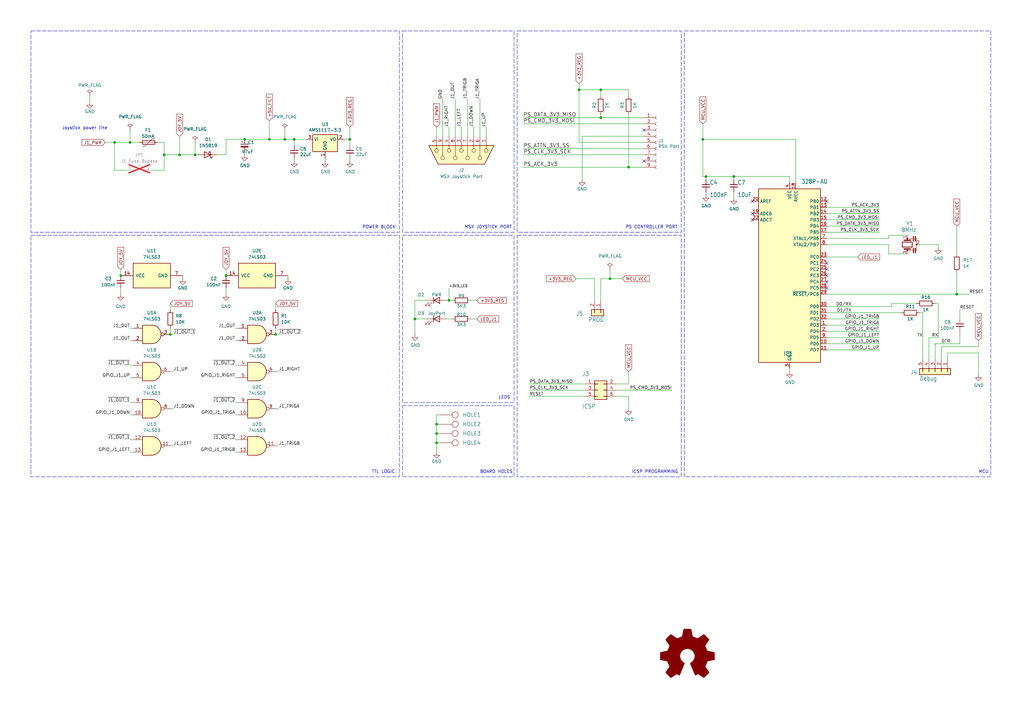
<source format=kicad_sch>
(kicad_sch (version 20231120) (generator "eeschema") (generator_version "8.0")
  (paper "A3")
  (title_block (title "msx-joyplay-v2") (date "2024-07-02") (rev "Build2") (company "Albert Herranz"))
  (lib_symbols
    (symbol "74xx:74LS03" (pin_names (offset 1.016))
      (property "Reference" "U" (at 0 1.27 0))
      (property "Value" "74LS03" (at 0 -1.27 0))
      (symbol "74LS03_1_1"
        (pin input line (at -7.62 2.54 0) (length 3.81) (name "~") (number "1"))
        (pin input line (at -7.62 -2.54 0) (length 3.81) (name "~") (number "2"))
        (pin open_collector inverted (at 7.62 0 180) (length 3.81) (name "~") (number "3"))
      )
      (symbol "74LS03_1_2"
        (pin input inverted (at -7.62 2.54 0) (length 4.318) (name "~") (number "1"))
        (pin input inverted (at -7.62 -2.54 0) (length 4.318) (name "~") (number "2"))
        (pin open_collector line (at 7.62 0 180) (length 3.81) (name "~") (number "3"))
      )
      (symbol "74LS03_2_1"
        (pin input line (at -7.62 2.54 0) (length 3.81) (name "~") (number "4"))
        (pin input line (at -7.62 -2.54 0) (length 3.81) (name "~") (number "5"))
        (pin open_collector inverted (at 7.62 0 180) (length 3.81) (name "~") (number "6"))
      )
      (symbol "74LS03_2_2"
        (pin input inverted (at -7.62 2.54 0) (length 4.318) (name "~") (number "4"))
        (pin input inverted (at -7.62 -2.54 0) (length 4.318) (name "~") (number "5"))
        (pin open_collector line (at 7.62 0 180) (length 3.81) (name "~") (number "6"))
      )
      (symbol "74LS03_3_1"
        (pin input line (at -7.62 -2.54 0) (length 3.81) (name "~") (number "10"))
        (pin open_collector inverted (at 7.62 0 180) (length 3.81) (name "~") (number "8"))
        (pin input line (at -7.62 2.54 0) (length 3.81) (name "~") (number "9"))
      )
      (symbol "74LS03_3_2"
        (pin input inverted (at -7.62 -2.54 0) (length 4.318) (name "~") (number "10"))
        (pin open_collector line (at 7.62 0 180) (length 3.81) (name "~") (number "8"))
        (pin input inverted (at -7.62 2.54 0) (length 4.318) (name "~") (number "9"))
      )
      (symbol "74LS03_4_1"
        (pin open_collector inverted (at 7.62 0 180) (length 3.81) (name "~") (number "11"))
        (pin input line (at -7.62 2.54 0) (length 3.81) (name "~") (number "12"))
        (pin input line (at -7.62 -2.54 0) (length 3.81) (name "~") (number "13"))
      )
      (symbol "74LS03_4_2"
        (pin open_collector line (at 7.62 0 180) (length 3.81) (name "~") (number "11"))
        (pin input inverted (at -7.62 2.54 0) (length 4.318) (name "~") (number "12"))
        (pin input inverted (at -7.62 -2.54 0) (length 4.318) (name "~") (number "13"))
      )
      (symbol "74LS03_5_0"
        (pin power_in line (at 0 12.7 270) (length 5.08) (name "VCC") (number "14"))
        (pin power_in line (at 0 -12.7 90) (length 5.08) (name "GND") (number "7"))
      )
    )
    (symbol "Connector:Conn_01x09_Socket" (pin_names (offset 1.016) hide)
      (property "Reference" "J" (at 0 12.7 0))
      (property "Value" "Conn_01x09_Socket" (at 0 -12.7 0))
      (symbol "Conn_01x09_Socket_1_1"
        (pin passive line (at -5.08 10.16 0) (length 3.81) (name "Pin_1") (number "1"))
        (pin passive line (at -5.08 7.62 0) (length 3.81) (name "Pin_2") (number "2"))
        (pin passive line (at -5.08 5.08 0) (length 3.81) (name "Pin_3") (number "3"))
        (pin passive line (at -5.08 2.54 0) (length 3.81) (name "Pin_4") (number "4"))
        (pin passive line (at -5.08 0 0) (length 3.81) (name "Pin_5") (number "5"))
        (pin passive line (at -5.08 -2.54 0) (length 3.81) (name "Pin_6") (number "6"))
        (pin passive line (at -5.08 -5.08 0) (length 3.81) (name "Pin_7") (number "7"))
        (pin passive line (at -5.08 -7.62 0) (length 3.81) (name "Pin_8") (number "8"))
        (pin passive line (at -5.08 -10.16 0) (length 3.81) (name "Pin_9") (number "9"))
      )
    )
    (symbol "Connector:DE9_Receptacle" (pin_names (offset 1.016) hide)
      (property "Reference" "J" (at 0 13.97 0))
      (property "Value" "DE9_Receptacle" (at 0 -14.605 0))
      (symbol "DE9_Receptacle_1_1"
        (pin passive line (at -7.62 10.16 0) (length 3.81) (name "1") (number "1"))
        (pin passive line (at -7.62 5.08 0) (length 3.81) (name "2") (number "2"))
        (pin passive line (at -7.62 0 0) (length 3.81) (name "3") (number "3"))
        (pin passive line (at -7.62 -5.08 0) (length 3.81) (name "4") (number "4"))
        (pin passive line (at -7.62 -10.16 0) (length 3.81) (name "5") (number "5"))
        (pin passive line (at -7.62 7.62 0) (length 3.81) (name "6") (number "6"))
        (pin passive line (at -7.62 2.54 0) (length 3.81) (name "7") (number "7"))
        (pin passive line (at -7.62 -2.54 0) (length 3.81) (name "8") (number "8"))
        (pin passive line (at -7.62 -7.62 0) (length 3.81) (name "9") (number "9"))
      )
    )
    (symbol "Connector_Generic:Conn_01x02" (pin_names (offset 1.016) hide)
      (property "Reference" "J" (at 0 2.54 0))
      (property "Value" "Conn_01x02" (at 0 -5.08 0))
      (symbol "Conn_01x02_1_1"
        (pin passive line (at -5.08 0 0) (length 3.81) (name "Pin_1") (number "1"))
        (pin passive line (at -5.08 -2.54 0) (length 3.81) (name "Pin_2") (number "2"))
      )
    )
    (symbol "Connector_Generic:Conn_01x05" (pin_names (offset 1.016) hide)
      (property "Reference" "J" (at 0 7.62 0))
      (property "Value" "Conn_01x05" (at 0 -7.62 0))
      (symbol "Conn_01x05_1_1"
        (pin passive line (at -5.08 5.08 0) (length 3.81) (name "Pin_1") (number "1"))
        (pin passive line (at -5.08 2.54 0) (length 3.81) (name "Pin_2") (number "2"))
        (pin passive line (at -5.08 0 0) (length 3.81) (name "Pin_3") (number "3"))
        (pin passive line (at -5.08 -2.54 0) (length 3.81) (name "Pin_4") (number "4"))
        (pin passive line (at -5.08 -5.08 0) (length 3.81) (name "Pin_5") (number "5"))
      )
    )
    (symbol "Connector_Generic:Conn_02x03_Odd_Even" (pin_names (offset 1.016) hide)
      (property "Reference" "J" (at 1.27 5.08 0))
      (property "Value" "Conn_02x03_Odd_Even" (at 1.27 -5.08 0))
      (symbol "Conn_02x03_Odd_Even_1_1"
        (pin passive line (at -5.08 2.54 0) (length 3.81) (name "Pin_1") (number "1"))
        (pin passive line (at 7.62 2.54 180) (length 3.81) (name "Pin_2") (number "2"))
        (pin passive line (at -5.08 0 0) (length 3.81) (name "Pin_3") (number "3"))
        (pin passive line (at 7.62 0 180) (length 3.81) (name "Pin_4") (number "4"))
        (pin passive line (at -5.08 -2.54 0) (length 3.81) (name "Pin_5") (number "5"))
        (pin passive line (at 7.62 -2.54 180) (length 3.81) (name "Pin_6") (number "6"))
      )
    )
    (symbol "Device:C_Polarized_Small" (pin_numbers hide) (pin_names (offset 0.254) hide)
      (property "Reference" "C" (at 0.254 1.778 0))
      (property "Value" "C_Polarized_Small" (at 0.254 -2.032 0))
      (symbol "C_Polarized_Small_1_1"
        (pin passive line (at 0 2.54 270) (length 1.8542) (name "~") (number "1"))
        (pin passive line (at 0 -2.54 90) (length 1.8542) (name "~") (number "2"))
      )
    )
    (symbol "Device:C_Small" (pin_numbers hide) (pin_names (offset 0.254) hide)
      (property "Reference" "C" (at 0.254 1.778 0))
      (property "Value" "C_Small" (at 0.254 -2.032 0))
      (symbol "C_Small_1_1"
        (pin passive line (at 0 2.54 270) (length 2.032) (name "~") (number "1"))
        (pin passive line (at 0 -2.54 90) (length 2.032) (name "~") (number "2"))
      )
    )
    (symbol "Device:LED" (pin_numbers hide) (pin_names (offset 1.016) hide)
      (property "Reference" "D" (at 0 2.54 0))
      (property "Value" "LED" (at 0 -2.54 0))
      (symbol "LED_1_1"
        (pin passive line (at -3.81 0 0) (length 2.54) (name "K") (number "1"))
        (pin passive line (at 3.81 0 180) (length 2.54) (name "A") (number "2"))
      )
    )
    (symbol "Device:Polyfuse" (pin_numbers hide) (pin_names (offset 0))
      (property "Reference" "F" (at -2.54 0 90))
      (property "Value" "Polyfuse" (at 2.54 0 90))
      (symbol "Polyfuse_1_1"
        (pin passive line (at 0 3.81 270) (length 1.27) (name "~") (number "1"))
        (pin passive line (at 0 -3.81 90) (length 1.27) (name "~") (number "2"))
      )
    )
    (symbol "Device:R" (pin_numbers hide) (pin_names (offset 0))
      (property "Reference" "R" (at 2.032 0 90))
      (property "Value" "R" (at 0 0 90))
      (symbol "R_1_1"
        (pin passive line (at 0 3.81 270) (length 1.27) (name "~") (number "1"))
        (pin passive line (at 0 -3.81 90) (length 1.27) (name "~") (number "2"))
      )
    )
    (symbol "Device:Resonator" (pin_names (offset 1.016) hide)
      (property "Reference" "Y" (at 0 5.715 0))
      (property "Value" "Resonator" (at 0 3.81 0))
      (symbol "Resonator_1_1"
        (pin passive line (at -3.81 0 0) (length 1.27) (name "1") (number "1"))
        (pin passive line (at 0 -5.08 90) (length 1.27) (name "2") (number "2"))
        (pin passive line (at 3.81 0 180) (length 1.27) (name "3") (number "3"))
      )
    )
    (symbol "Diode:1N5817" (pin_numbers hide) (pin_names (offset 1.016) hide)
      (property "Reference" "D" (at 0 2.54 0))
      (property "Value" "1N5817" (at 0 -2.54 0))
      (symbol "1N5817_1_1"
        (pin passive line (at -3.81 0 0) (length 2.54) (name "K") (number "1"))
        (pin passive line (at 3.81 0 180) (length 2.54) (name "A") (number "2"))
      )
    )
    (symbol "Graphic:Logo_Open_Hardware_Large" (in_bom no) (on_board no))
    (symbol "Jumper:Jumper_2_Open" (pin_names (offset 0) hide)
      (property "Reference" "JP" (at 0 2.794 0))
      (property "Value" "Jumper_2_Open" (at 0 -2.286 0))
      (symbol "Jumper_2_Open_1_1"
        (pin passive line (at -5.08 0 0) (length 2.54) (name "A") (number "1"))
        (pin passive line (at 5.08 0 180) (length 2.54) (name "B") (number "2"))
      )
    )
    (symbol "MCU_Microchip_ATmega:ATmega328P-A"
      (property "Reference" "U" (at -12.7 36.83 0))
      (property "Value" "ATmega328P-A" (at 2.54 -36.83 0))
      (symbol "ATmega328P-A_1_1"
        (pin bidirectional line (at 15.24 -20.32 180) (length 2.54) (name "PD3") (number "1"))
        (pin bidirectional line (at 15.24 -27.94 180) (length 2.54) (name "PD6") (number "10"))
        (pin bidirectional line (at 15.24 -30.48 180) (length 2.54) (name "PD7") (number "11"))
        (pin bidirectional line (at 15.24 30.48 180) (length 2.54) (name "PB0") (number "12"))
        (pin bidirectional line (at 15.24 27.94 180) (length 2.54) (name "PB1") (number "13"))
        (pin bidirectional line (at 15.24 25.4 180) (length 2.54) (name "PB2") (number "14"))
        (pin bidirectional line (at 15.24 22.86 180) (length 2.54) (name "PB3") (number "15"))
        (pin bidirectional line (at 15.24 20.32 180) (length 2.54) (name "PB4") (number "16"))
        (pin bidirectional line (at 15.24 17.78 180) (length 2.54) (name "PB5") (number "17"))
        (pin power_in line (at 2.54 38.1 270) (length 2.54) (name "AVCC") (number "18"))
        (pin input line (at -15.24 25.4 0) (length 2.54) (name "ADC6") (number "19"))
        (pin bidirectional line (at 15.24 -22.86 180) (length 2.54) (name "PD4") (number "2"))
        (pin passive line (at -15.24 30.48 0) (length 2.54) (name "AREF") (number "20"))
        (pin passive line (at 0 -38.1 90) (length 2.54) hide (name "GND") (number "21"))
        (pin input line (at -15.24 22.86 0) (length 2.54) (name "ADC7") (number "22"))
        (pin bidirectional line (at 15.24 7.62 180) (length 2.54) (name "PC0") (number "23"))
        (pin bidirectional line (at 15.24 5.08 180) (length 2.54) (name "PC1") (number "24"))
        (pin bidirectional line (at 15.24 2.54 180) (length 2.54) (name "PC2") (number "25"))
        (pin bidirectional line (at 15.24 0 180) (length 2.54) (name "PC3") (number "26"))
        (pin bidirectional line (at 15.24 -2.54 180) (length 2.54) (name "PC4") (number "27"))
        (pin bidirectional line (at 15.24 -5.08 180) (length 2.54) (name "PC5") (number "28"))
        (pin bidirectional line (at 15.24 -7.62 180) (length 2.54) (name "~{RESET}/PC6") (number "29"))
        (pin power_in line (at 0 -38.1 90) (length 2.54) (name "GND") (number "3"))
        (pin bidirectional line (at 15.24 -12.7 180) (length 2.54) (name "PD0") (number "30"))
        (pin bidirectional line (at 15.24 -15.24 180) (length 2.54) (name "PD1") (number "31"))
        (pin bidirectional line (at 15.24 -17.78 180) (length 2.54) (name "PD2") (number "32"))
        (pin power_in line (at 0 38.1 270) (length 2.54) (name "VCC") (number "4"))
        (pin passive line (at 0 -38.1 90) (length 2.54) hide (name "GND") (number "5"))
        (pin passive line (at 0 38.1 270) (length 2.54) hide (name "VCC") (number "6"))
        (pin bidirectional line (at 15.24 15.24 180) (length 2.54) (name "XTAL1/PB6") (number "7"))
        (pin bidirectional line (at 15.24 12.7 180) (length 2.54) (name "XTAL2/PB7") (number "8"))
        (pin bidirectional line (at 15.24 -25.4 180) (length 2.54) (name "PD5") (number "9"))
      )
    )
    (symbol "Regulator_Linear:AMS1117-3.3"
      (property "Reference" "U" (at -3.81 3.175 0))
      (property "Value" "AMS1117-3.3" (at 0 3.175 0))
      (symbol "AMS1117-3.3_1_1"
        (pin power_in line (at 0 -7.62 90) (length 2.54) (name "GND") (number "1"))
        (pin power_out line (at 7.62 0 180) (length 2.54) (name "VO") (number "2"))
        (pin power_in line (at -7.62 0 0) (length 2.54) (name "VI") (number "3"))
      )
    )
    (symbol "my_components:HOLE" (pin_numbers hide) (pin_names (offset 1.016) hide)
      (property "Reference" "HOLE" (at 2.54 0 0))
      (symbol "HOLE_1_1"
        (pin input line (at -6.35 0 0) (length 5.08) (name "~") (number "1"))
      )
    )
    (symbol "power:GND" (power) (pin_numbers hide) (pin_names (offset 0) hide)
      (property "Value" "GND" (at 0 -3.81 0))
      (symbol "GND_1_1"
        (pin power_in line (at 0 0 270) (length 0) (name "~") (number "1"))
      )
    )
    (symbol "power:PWR_FLAG" (power) (pin_numbers hide) (pin_names (offset 0) hide)
      (property "Value" "PWR_FLAG" (at 0 3.81 0))
      (symbol "PWR_FLAG_0_0"
        (pin power_out line (at 0 0 90) (length 0) (name "~") (number "1"))
      )
    )
  )
  (junction (at 289.56 72.39))
  (junction (at 170.18 130.81))
  (junction (at 69.85 137.16))
  (junction (at 53.34 58.42))
  (junction (at 250.19 114.3))
  (junction (at 143.51 57.15))
  (junction (at 113.03 137.16))
  (junction (at 246.38 36.83))
  (junction (at 46.99 58.42))
  (junction (at 67.31 63.5))
  (junction (at 120.65 57.15))
  (junction (at 257.81 68.58))
  (junction (at 179.07 181.61))
  (junction (at 116.84 57.15))
  (junction (at 246.38 48.26))
  (junction (at 184.15 123.19))
  (junction (at 179.07 173.99))
  (junction (at 92.71 113.03))
  (junction (at 110.49 57.15))
  (junction (at 100.33 57.15))
  (junction (at 237.49 36.83))
  (junction (at 80.01 63.5))
  (junction (at 73.66 63.5))
  (junction (at 49.53 113.03))
  (junction (at 300.99 72.39))
  (junction (at 179.07 177.8))
  (junction (at 392.43 120.65))
  (junction (at 288.29 57.15))
  (no_connect (at 308.61 90.17))
  (no_connect (at 339.09 113.03))
  (no_connect (at 339.09 118.11))
  (no_connect (at 339.09 110.49))
  (no_connect (at 264.16 66.04))
  (no_connect (at 308.61 82.55))
  (no_connect (at 339.09 115.57))
  (no_connect (at 308.61 87.63))
  (no_connect (at 339.09 82.55))
  (no_connect (at 339.09 107.95))
  (no_connect (at 264.16 53.34))
  (wire (pts (xy 339.09 133.35) (xy 360.68 133.35)))
  (wire (pts (xy 116.84 57.15) (xy 120.65 57.15)))
  (wire (pts (xy 289.56 80.01) (xy 289.56 78.74)))
  (wire (pts (xy 193.04 130.81) (xy 195.58 130.81)))
  (wire (pts (xy 339.09 138.43) (xy 360.68 138.43)))
  (wire (pts (xy 393.7 135.89) (xy 393.7 140.97)))
  (wire (pts (xy 110.49 49.53) (xy 110.49 57.15)))
  (wire (pts (xy 69.85 124.46) (xy 69.85 127)))
  (wire (pts (xy 339.09 120.65) (xy 392.43 120.65)))
  (wire (pts (xy 179.07 177.8) (xy 179.07 181.61)))
  (wire (pts (xy 288.29 57.15) (xy 326.39 57.15)))
  (wire (pts (xy 118.11 114.3) (xy 118.11 113.03)))
  (wire (pts (xy 250.19 110.49) (xy 250.19 114.3)))
  (wire (pts (xy 96.52 185.42) (xy 97.79 185.42)))
  (wire (pts (xy 339.09 95.25) (xy 360.68 95.25)))
  (wire (pts (xy 96.52 180.34) (xy 97.79 180.34)))
  (wire (pts (xy 237.49 34.29) (xy 237.49 36.83)))
  (wire (pts (xy 264.16 50.8) (xy 214.63 50.8)))
  (wire (pts (xy 179.07 173.99) (xy 179.07 177.8)))
  (wire (pts (xy 384.81 100.33) (xy 384.81 101.6)))
  (wire (pts (xy 365.76 125.73) (xy 339.09 125.73)))
  (wire (pts (xy 184.15 118.11) (xy 184.15 123.19)))
  (wire (pts (xy 381 138.43) (xy 384.81 138.43)))
  (wire (pts (xy 252.73 162.56) (xy 257.81 162.56)))
  (wire (pts (xy 71.12 137.16) (xy 69.85 137.16)))
  (wire (pts (xy 246.38 46.99) (xy 246.38 48.26)))
  (wire (pts (xy 92.71 118.11) (xy 92.71 120.65)))
  (wire (pts (xy 257.81 36.83) (xy 246.38 36.83)))
  (wire (pts (xy 100.33 57.15) (xy 110.49 57.15)))
  (wire (pts (xy 323.85 72.39) (xy 300.99 72.39)))
  (wire (pts (xy 257.81 162.56) (xy 257.81 167.64)))
  (wire (pts (xy 120.65 57.15) (xy 125.73 57.15)))
  (wire (pts (xy 377.19 100.33) (xy 384.81 100.33)))
  (wire (pts (xy 339.09 140.97) (xy 360.68 140.97)))
  (wire (pts (xy 339.09 92.71) (xy 360.68 92.71)))
  (wire (pts (xy 53.34 170.18) (xy 54.61 170.18)))
  (wire (pts (xy 113.03 124.46) (xy 113.03 127)))
  (wire (pts (xy 113.03 134.62) (xy 113.03 137.16)))
  (wire (pts (xy 184.15 123.19) (xy 182.88 123.19)))
  (wire (pts (xy 300.99 78.74) (xy 300.99 81.28)))
  (wire (pts (xy 323.85 74.93) (xy 323.85 72.39)))
  (wire (pts (xy 289.56 73.66) (xy 289.56 72.39)))
  (wire (pts (xy 237.49 36.83) (xy 237.49 58.42)))
  (wire (pts (xy 36.83 39.37) (xy 36.83 41.91)))
  (wire (pts (xy 182.88 130.81) (xy 185.42 130.81)))
  (wire (pts (xy 92.71 57.15) (xy 100.33 57.15)))
  (wire (pts (xy 114.3 152.4) (xy 113.03 152.4)))
  (wire (pts (xy 236.22 114.3) (xy 243.84 114.3)))
  (wire (pts (xy 384.81 124.46) (xy 383.54 124.46)))
  (wire (pts (xy 257.81 46.99) (xy 257.81 68.58)))
  (wire (pts (xy 401.32 144.78) (xy 401.32 153.67)))
  (wire (pts (xy 392.43 92.71) (xy 392.43 104.14)))
  (wire (pts (xy 49.53 110.49) (xy 49.53 113.03)))
  (wire (pts (xy 53.34 58.42) (xy 57.15 58.42)))
  (wire (pts (xy 255.27 114.3) (xy 250.19 114.3)))
  (wire (pts (xy 96.52 154.94) (xy 97.79 154.94)))
  (wire (pts (xy 252.73 157.48) (xy 257.81 157.48)))
  (wire (pts (xy 114.3 167.64) (xy 113.03 167.64)))
  (wire (pts (xy 53.34 154.94) (xy 54.61 154.94)))
  (wire (pts (xy 386.08 142.24) (xy 386.08 147.32)))
  (wire (pts (xy 383.54 140.97) (xy 383.54 147.32)))
  (wire (pts (xy 80.01 63.5) (xy 81.28 63.5)))
  (wire (pts (xy 180.34 173.99) (xy 179.07 173.99)))
  (wire (pts (xy 116.84 53.34) (xy 116.84 57.15)))
  (wire (pts (xy 393.7 140.97) (xy 383.54 140.97)))
  (wire (pts (xy 100.33 62.23) (xy 100.33 63.5)))
  (wire (pts (xy 179.07 170.18) (xy 179.07 173.99)))
  (wire (pts (xy 96.52 170.18) (xy 97.79 170.18)))
  (wire (pts (xy 364.49 104.14) (xy 372.11 104.14)))
  (wire (pts (xy 339.09 90.17) (xy 360.68 90.17)))
  (wire (pts (xy 92.71 63.5) (xy 88.9 63.5)))
  (wire (pts (xy 53.34 149.86) (xy 54.61 149.86)))
  (wire (pts (xy 179.07 52.07) (xy 179.07 55.88)))
  (wire (pts (xy 179.07 181.61) (xy 179.07 185.42)))
  (wire (pts (xy 364.49 100.33) (xy 364.49 104.14)))
  (wire (pts (xy 184.15 52.07) (xy 184.15 55.88)))
  (wire (pts (xy 381 147.32) (xy 381 138.43)))
  (wire (pts (xy 288.29 72.39) (xy 288.29 57.15)))
  (wire (pts (xy 388.62 144.78) (xy 388.62 147.32)))
  (wire (pts (xy 289.56 72.39) (xy 300.99 72.39)))
  (wire (pts (xy 143.51 57.15) (xy 143.51 59.69)))
  (wire (pts (xy 120.65 66.04) (xy 120.65 64.77)))
  (wire (pts (xy 69.85 134.62) (xy 69.85 137.16)))
  (wire (pts (xy 364.49 97.79) (xy 339.09 97.79)))
  (wire (pts (xy 392.43 120.65) (xy 397.51 120.65)))
  (wire (pts (xy 184.15 123.19) (xy 185.42 123.19)))
  (wire (pts (xy 67.31 63.5) (xy 73.66 63.5)))
  (wire (pts (xy 96.52 134.62) (xy 97.79 134.62)))
  (wire (pts (xy 275.59 160.02) (xy 252.73 160.02)))
  (wire (pts (xy 378.46 128.27) (xy 377.19 128.27)))
  (wire (pts (xy 43.18 58.42) (xy 46.99 58.42)))
  (wire (pts (xy 257.81 157.48) (xy 257.81 152.4)))
  (wire (pts (xy 246.38 114.3) (xy 246.38 123.19)))
  (wire (pts (xy 250.19 114.3) (xy 246.38 114.3)))
  (wire (pts (xy 326.39 74.93) (xy 326.39 57.15)))
  (wire (pts (xy 339.09 87.63) (xy 360.68 87.63)))
  (wire (pts (xy 246.38 39.37) (xy 246.38 36.83)))
  (wire (pts (xy 264.16 55.88) (xy 238.76 55.88)))
  (wire (pts (xy 364.49 97.79) (xy 364.49 96.52)))
  (wire (pts (xy 393.7 127) (xy 393.7 130.81)))
  (wire (pts (xy 74.93 114.3) (xy 74.93 113.03)))
  (wire (pts (xy 71.12 182.88) (xy 69.85 182.88)))
  (wire (pts (xy 53.34 53.34) (xy 53.34 58.42)))
  (wire (pts (xy 114.3 182.88) (xy 113.03 182.88)))
  (wire (pts (xy 92.71 110.49) (xy 92.71 113.03)))
  (wire (pts (xy 364.49 96.52) (xy 372.11 96.52)))
  (wire (pts (xy 143.51 57.15) (xy 140.97 57.15)))
  (wire (pts (xy 217.17 157.48) (xy 240.03 157.48)))
  (wire (pts (xy 175.26 130.81) (xy 170.18 130.81)))
  (wire (pts (xy 339.09 100.33) (xy 364.49 100.33)))
  (wire (pts (xy 217.17 160.02) (xy 240.03 160.02)))
  (wire (pts (xy 80.01 58.42) (xy 80.01 63.5)))
  (wire (pts (xy 339.09 105.41) (xy 351.79 105.41)))
  (wire (pts (xy 120.65 57.15) (xy 120.65 59.69)))
  (wire (pts (xy 73.66 63.5) (xy 80.01 63.5)))
  (wire (pts (xy 300.99 73.66) (xy 300.99 72.39)))
  (wire (pts (xy 196.85 40.64) (xy 196.85 55.88)))
  (wire (pts (xy 384.81 138.43) (xy 384.81 124.46)))
  (wire (pts (xy 288.29 50.8) (xy 288.29 57.15)))
  (wire (pts (xy 339.09 130.81) (xy 360.68 130.81)))
  (wire (pts (xy 181.61 40.64) (xy 181.61 55.88)))
  (wire (pts (xy 388.62 144.78) (xy 401.32 144.78)))
  (wire (pts (xy 114.3 137.16) (xy 113.03 137.16)))
  (wire (pts (xy 180.34 170.18) (xy 179.07 170.18)))
  (wire (pts (xy 339.09 135.89) (xy 360.68 135.89)))
  (wire (pts (xy 194.31 52.07) (xy 194.31 55.88)))
  (wire (pts (xy 175.26 123.19) (xy 170.18 123.19)))
  (wire (pts (xy 243.84 114.3) (xy 243.84 123.19)))
  (wire (pts (xy 53.34 134.62) (xy 54.61 134.62)))
  (wire (pts (xy 323.85 152.4) (xy 323.85 151.13)))
  (wire (pts (xy 73.66 55.88) (xy 73.66 63.5)))
  (wire (pts (xy 257.81 39.37) (xy 257.81 36.83)))
  (wire (pts (xy 67.31 58.42) (xy 67.31 63.5)))
  (wire (pts (xy 186.69 40.64) (xy 186.69 55.88)))
  (wire (pts (xy 180.34 177.8) (xy 179.07 177.8)))
  (wire (pts (xy 392.43 120.65) (xy 392.43 111.76)))
  (wire (pts (xy 339.09 128.27) (xy 369.57 128.27)))
  (wire (pts (xy 96.52 165.1) (xy 97.79 165.1)))
  (wire (pts (xy 193.04 123.19) (xy 195.58 123.19)))
  (wire (pts (xy 67.31 69.85) (xy 67.31 63.5)))
  (wire (pts (xy 214.63 68.58) (xy 257.81 68.58)))
  (wire (pts (xy 53.34 139.7) (xy 54.61 139.7)))
  (wire (pts (xy 378.46 128.27) (xy 378.46 147.32)))
  (wire (pts (xy 46.99 69.85) (xy 52.07 69.85)))
  (wire (pts (xy 170.18 123.19) (xy 170.18 130.81)))
  (wire (pts (xy 143.51 64.77) (xy 143.51 66.04)))
  (wire (pts (xy 288.29 72.39) (xy 289.56 72.39)))
  (wire (pts (xy 237.49 58.42) (xy 264.16 58.42)))
  (wire (pts (xy 180.34 181.61) (xy 179.07 181.61)))
  (wire (pts (xy 199.39 52.07) (xy 199.39 55.88)))
  (wire (pts (xy 67.31 58.42) (xy 64.77 58.42)))
  (wire (pts (xy 53.34 180.34) (xy 54.61 180.34)))
  (wire (pts (xy 53.34 165.1) (xy 54.61 165.1)))
  (wire (pts (xy 365.76 124.46) (xy 375.92 124.46)))
  (wire (pts (xy 92.71 57.15) (xy 92.71 63.5)))
  (wire (pts (xy 96.52 149.86) (xy 97.79 149.86)))
  (wire (pts (xy 214.63 60.96) (xy 264.16 60.96)))
  (wire (pts (xy 62.23 69.85) (xy 67.31 69.85)))
  (wire (pts (xy 191.77 40.64) (xy 191.77 55.88)))
  (wire (pts (xy 401.32 139.7) (xy 401.32 142.24)))
  (wire (pts (xy 189.23 52.07) (xy 189.23 55.88)))
  (wire (pts (xy 339.09 143.51) (xy 360.68 143.51)))
  (wire (pts (xy 246.38 48.26) (xy 264.16 48.26)))
  (wire (pts (xy 170.18 130.81) (xy 170.18 137.16)))
  (wire (pts (xy 386.08 142.24) (xy 401.32 142.24)))
  (wire (pts (xy 71.12 152.4) (xy 69.85 152.4)))
  (wire (pts (xy 96.52 139.7) (xy 97.79 139.7)))
  (wire (pts (xy 339.09 85.09) (xy 360.68 85.09)))
  (wire (pts (xy 246.38 36.83) (xy 237.49 36.83)))
  (wire (pts (xy 264.16 63.5) (xy 214.63 63.5)))
  (wire (pts (xy 214.63 48.26) (xy 246.38 48.26)))
  (wire (pts (xy 217.17 162.56) (xy 240.03 162.56)))
  (wire (pts (xy 49.53 118.11) (xy 49.53 120.65)))
  (wire (pts (xy 133.35 64.77) (xy 133.35 66.04)))
  (wire (pts (xy 110.49 57.15) (xy 116.84 57.15)))
  (wire (pts (xy 71.12 167.64) (xy 69.85 167.64)))
  (wire (pts (xy 53.34 185.42) (xy 54.61 185.42)))
  (wire (pts (xy 238.76 55.88) (xy 238.76 73.66)))
  (wire (pts (xy 46.99 58.42) (xy 53.34 58.42)))
  (wire (pts (xy 46.99 58.42) (xy 46.99 69.85)))
  (wire (pts (xy 257.81 68.58) (xy 264.16 68.58)))
  (wire (pts (xy 365.76 124.46) (xy 365.76 125.73)))
  (wire (pts (xy 143.51 52.07) (xy 143.51 57.15)))
  (rectangle (start 165.1 12.7) (end 210.82 95.25) (stroke (width 0) (type dash)))
  (rectangle (start 12.7 12.7) (end 163.83 95.25) (stroke (width 0) (type dash)))
  (rectangle (start 280.67 12.7) (end 406.4 195.58) (stroke (width 0) (type dash)))
  (rectangle (start 165.1 166.37) (end 210.82 195.58) (stroke (width 0) (type dash)))
  (rectangle (start 12.7 96.52) (end 163.83 195.58) (stroke (width 0) (type dash)))
  (rectangle (start 212.09 12.7) (end 279.4 95.25) (stroke (width 0) (type dash)))
  (rectangle (start 212.09 96.52) (end 279.4 195.58) (stroke (width 0) (type dash)))
  (rectangle (start 165.1 96.52) (end 210.82 165.1) (stroke (width 0) (type dash)))
  (text "MCU" (at 401.32 194.31 0) (effects (font (size 1.27 1.27)) (justify left bottom)))
  (text "LEDS" (at 204.47 163.83 0) (effects (font (size 1.27 1.27)) (justify left bottom)))
  (text "MSX JOYSTICK PORT" (at 190.5 93.98 0) (effects (font (size 1.27 1.27)) (justify left bottom)))
  (text "TTL LOGIC" (at 152.4 194.31 0) (effects (font (size 1.27 1.27)) (justify left bottom)))
  (text "BOARD HOLES" (at 196.85 194.31 0) (effects (font (size 1.27 1.27)) (justify left bottom)))
  (text "Joystick power line" (at 25.4 53.34 0) (effects (font (size 1.27 1.27)) (justify left bottom)))
  (text "ICSP PROGRAMMING" (at 259.08 194.31 0) (effects (font (size 1.27 1.27)) (justify left bottom)))
  (text "PS CONTROLLER PORT" (at 256.54 93.98 0) (effects (font (size 1.27 1.27)) (justify left bottom)))
  (text "POWER BLOCK" (at 148.59 93.98 0) (effects (font (size 1.27 1.27)) (justify left bottom)))
  (label "GPIO_J1_UP" (at 53.34 154.94 180))
  (label "TX" (at 378.46 138.43 180) (effects (font (size 1.2446 1.2446))))
  (label "GPIO_J1_DOWN" (at 360.68 140.97 180))
  (label "PS_CLK_3V3_SCK" (at 214.63 63.5 0) (effects (font (size 1.524 1.524))))
  (label "GPIO_J1_DOWN" (at 53.34 170.18 180))
  (label "~{J1_OUT_1}" (at 71.12 137.16 0))
  (label "RESET" (at 217.17 162.56 0) (effects (font (size 1.2446 1.2446))))
  (label "PS_DATA_3V3_MISO" (at 214.63 48.26 0) (effects (font (size 1.524 1.524))))
  (label "~{J1_OUT_2}" (at 96.52 180.34 180))
  (label "GND" (at 181.61 40.64 90))
  (label "GPIO_J1_LEFT" (at 360.68 138.43 180))
  (label "PS_CLK_3V3_SCK" (at 217.17 160.02 0) (effects (font (size 1.2446 1.2446))))
  (label "GPIO_J1_TRIGA" (at 360.68 133.35 180))
  (label "~{J1_OUT_1}" (at 53.34 165.1 180))
  (label "J1_UP" (at 71.12 152.4 0))
  (label "D0/RX" (at 349.25 125.73 180) (effects (font (size 1.2446 1.2446))))
  (label "GPIO_J1_UP" (at 360.68 143.51 180))
  (label "J1_OUT" (at 186.69 40.64 90))
  (label "J1_OUT" (at 53.34 139.7 180))
  (label "PS_CMD_3V3_MOSI" (at 360.68 90.17 180) (effects (font (size 1.2446 1.2446))))
  (label "J1_DOWN" (at 71.12 167.64 0))
  (label "D1/TX" (at 349.25 128.27 180) (effects (font (size 1.2446 1.2446))))
  (label "GPIO_J1_RIGHT" (at 96.52 154.94 180))
  (label "PS_ACK_3V3" (at 214.63 68.58 0) (effects (font (size 1.524 1.524))))
  (label "PS_DATA_3V3_MISO" (at 360.68 92.71 180) (effects (font (size 1.2446 1.2446))))
  (label "J1_TRIGA" (at 114.3 167.64 0))
  (label "J1_OUT" (at 96.52 134.62 180))
  (label "PS_ATTN_3V3_SS" (at 360.68 87.63 180) (effects (font (size 1.2446 1.2446))))
  (label "PS_CLK_3V3_SCK" (at 360.68 95.25 180) (effects (font (size 1.2446 1.2446))))
  (label "PS_CMD_3V3_MOSI" (at 214.63 50.8 0) (effects (font (size 1.524 1.524))))
  (label "J1_RIGHT" (at 114.3 152.4 0))
  (label "GPIO_J1_TRIGA" (at 96.52 170.18 180))
  (label "+3V3_LED" (at 184.15 118.11 0) (effects (font (size 1 1))))
  (label "J1_TRIGB" (at 191.77 40.64 90))
  (label "PS_ATTN_3V3_SS" (at 214.63 60.96 0) (effects (font (size 1.524 1.524))))
  (label "GPIO_J1_RIGHT" (at 360.68 135.89 180))
  (label "~{J1_OUT_1}" (at 53.34 180.34 180))
  (label "~{J1_OUT_2}" (at 96.52 149.86 180))
  (label "PS_CMD_3V3_MOSI" (at 275.59 160.02 180) (effects (font (size 1.2446 1.2446))))
  (label "~{J1_OUT_2}" (at 96.52 165.1 180))
  (label "~{J1_OUT_2}" (at 114.3 137.16 0))
  (label "J1_DOWN" (at 194.31 52.07 90))
  (label "J1_OUT" (at 96.52 139.7 180))
  (label "GPIO_J1_LEFT" (at 53.34 185.42 180))
  (label "J1_TRIGA" (at 196.85 40.64 90))
  (label "J1_LEFT" (at 71.12 182.88 0))
  (label "J1_TRIGB" (at 114.3 182.88 0))
  (label "J1_RIGHT" (at 184.15 52.07 90))
  (label "DTR" (at 386.08 140.97 0))
  (label "RESET" (at 397.51 120.65 0) (effects (font (size 1.2446 1.2446))))
  (label "J1_OUT" (at 53.34 134.62 180))
  (label "GPIO_J1_TRIGB" (at 360.68 130.81 180))
  (label "RX" (at 384.81 138.43 180) (effects (font (size 1.2446 1.2446))))
  (label "~{J1_OUT_1}" (at 53.34 149.86 180))
  (label "PS_ACK_3V3" (at 360.68 85.09 180) (effects (font (size 1.2446 1.2446))))
  (label "PS_DATA_3V3_MISO" (at 217.17 157.48 0) (effects (font (size 1.2446 1.2446))))
  (label "J1_LEFT" (at 189.23 52.07 90))
  (label "RESET" (at 393.7 127 0) (effects (font (size 1.2446 1.2446))))
  (label "J1_UP" (at 199.39 52.07 90))
  (label "GPIO_J1_TRIGB" (at 96.52 185.42 180))
  (global_label "LED_J1" (shape input) (at 195.58 130.81 0) (property "Intersheetrefs" "${INTERSHEET_REFS}" (effects (hide yes))))
  (global_label "MCU_VCC" (shape input) (at 401.32 139.7 90) (property "Intersheetrefs" "${INTERSHEET_REFS}" (effects (hide yes))))
  (global_label "+3V3_REG" (shape input) (at 143.51 52.07 90) (property "Intersheetrefs" "${INTERSHEET_REFS}" (effects (hide yes))))
  (global_label "MCU_VCC" (shape input) (at 257.81 152.4 90) (property "Intersheetrefs" "${INTERSHEET_REFS}" (effects (hide yes))))
  (global_label "MCU_VCC" (shape input) (at 288.29 50.8 90) (property "Intersheetrefs" "${INTERSHEET_REFS}" (effects (hide yes))))
  (global_label "JOY_5V" (shape input) (at 113.03 124.46 0) (property "Intersheetrefs" "${INTERSHEET_REFS}" (effects (hide yes))))
  (global_label "JOY_5V" (shape input) (at 49.53 110.49 90) (property "Intersheetrefs" "${INTERSHEET_REFS}" (effects (hide yes))))
  (global_label "+3V3_REG" (shape input) (at 195.58 123.19 0) (property "Intersheetrefs" "${INTERSHEET_REFS}" (effects (hide yes))))
  (global_label "+3V3_REG" (shape input) (at 237.49 34.29 90) (property "Intersheetrefs" "${INTERSHEET_REFS}" (effects (hide yes))))
  (global_label "+5V_FILT" (shape input) (at 110.49 49.53 90) (property "Intersheetrefs" "${INTERSHEET_REFS}" (effects (hide yes))))
  (global_label "JOY_5V" (shape input) (at 73.66 55.88 90) (property "Intersheetrefs" "${INTERSHEET_REFS}" (effects (hide yes))))
  (global_label "J1_PWR" (shape input) (at 179.07 52.07 90) (property "Intersheetrefs" "${INTERSHEET_REFS}" (effects (hide yes))))
  (global_label "MCU_VCC" (shape input) (at 392.43 92.71 90) (property "Intersheetrefs" "${INTERSHEET_REFS}" (effects (hide yes))))
  (global_label "J1_PWR" (shape input) (at 43.18 58.42 180) (property "Intersheetrefs" "${INTERSHEET_REFS}" (effects (hide yes))))
  (global_label "LED_J1" (shape input) (at 351.79 105.41 0) (property "Intersheetrefs" "${INTERSHEET_REFS}" (effects (hide yes))))
  (global_label "MCU_VCC" (shape input) (at 255.27 114.3 0) (property "Intersheetrefs" "${INTERSHEET_REFS}" (effects (hide yes))))
  (global_label "JOY_5V" (shape input) (at 69.85 124.46 0) (property "Intersheetrefs" "${INTERSHEET_REFS}" (effects (hide yes))))
  (global_label "JOY_5V" (shape input) (at 92.71 110.49 90) (property "Intersheetrefs" "${INTERSHEET_REFS}" (effects (hide yes))))
  (global_label "+3V3_REG" (shape input) (at 236.22 114.3 180) (property "Intersheetrefs" "${INTERSHEET_REFS}" (effects (hide yes))))
  (symbol (lib_id "Device:C_Small") (at 300.99 76.2 0) (unit 1)
    (property "Reference" "C7" (at 302.514 75.819 0) (effects (font (size 1.778 1.5113)) (justify left bottom)))
    (property "Value" "10uF" (at 302.514 80.899 0) (effects (font (size 1.778 1.5113)) (justify left bottom)))
    (property "Footprint" "Capacitor_SMD:C_0805_2012Metric_Pad1.18x1.45mm_HandSolder" (effects (hide yes)))
  )
  (symbol (lib_id "power:GND") (at 92.71 120.65 0) (unit 1)
    (property "Reference" "#PWR08" (effects (hide yes)))
    (property "Value" "GND" (at 92.71 125.73 0))
    (property "Description" "Power symbol creates a global label with name \"GND\" , ground" (effects (hide yes)))
  )
  (symbol (lib_id "Connector_Generic:Conn_01x05") (at 383.54 152.4 270) (unit 1)
    (property "Reference" "J4" (at 373.38 153.67 90) (effects (font (size 1.778 1.5113)) (justify left bottom)))
    (property "Value" "Debug" (at 377.19 156.21 90) (effects (font (size 1.778 1.5113)) (justify left bottom)))
    (property "Footprint" "Connector_PinHeader_2.54mm:PinHeader_1x05_P2.54mm_Vertical" (effects (hide yes)))
  )
  (symbol (lib_id "74xx:74LS03") (at 62.23 182.88 0) (unit 4)
    (property "Reference" "U1" (at 62.2217 173.99 0))
    (property "Value" "74LS03" (at 62.2217 176.53 0))
    (property "Footprint" "Package_SO:SOIC-14_3.9x8.7mm_P1.27mm" (effects (hide yes)))
    (property "Datasheet" "http://www.ti.com/lit/gpn/sn74LS03" (effects (hide yes)))
  )
  (symbol (lib_id "Diode:1N5817") (at 85.09 63.5 180) (unit 1)
    (property "Reference" "D1" (at 85.4075 57.15 0))
    (property "Value" "1N5819" (at 85.4075 59.69 0))
    (property "Footprint" "Diode_SMD:D_SOD-123" (effects (hide yes)))
    (property "Datasheet" "http://www.vishay.com/docs/88525/1n5819.pdf" (effects (hide yes)))
  )
  (symbol (lib_id "Device:R") (at 373.38 128.27 90) (unit 1)
    (property "Reference" "R11" (at 373.38 125.73 90))
    (property "Value" "1K" (at 373.38 130.81 90))
    (property "Footprint" "Resistor_SMD:R_0805_2012Metric_Pad1.20x1.40mm_HandSolder" (effects (hide yes)))
  )
  (symbol (lib_id "Device:C_Small") (at 49.53 115.57 0) (unit 1)
    (property "Reference" "C3" (at 44.45 114.3 0))
    (property "Value" "100nF" (at 44.45 116.84 0))
    (property "Footprint" "Capacitor_SMD:C_0805_2012Metric_Pad1.18x1.45mm_HandSolder" (effects (hide yes)))
  )
  (symbol (lib_id "Device:LED") (at 179.07 123.19 0) (unit 1)
    (property "Reference" "D2" (at 172.72 120.904 0))
    (property "Value" "PWR" (at 179.07 120.904 0))
    (property "Footprint" "LED_SMD:LED_0805_2012Metric_Pad1.15x1.40mm_HandSolder" (effects (hide yes)))
  )
  (symbol (lib_id "power:GND") (at 170.18 137.16 0) (unit 1)
    (property "Reference" "#PWR015" (effects (hide yes)))
    (property "Value" "GND" (at 170.307 141.5542 0))
    (property "Description" "Power symbol creates a global label with name \"GND\" , ground" (effects (hide yes)))
  )
  (symbol (lib_id "Connector:DE9_Receptacle") (at 189.23 63.5 270) (unit 1)
    (property "Reference" "J2" (at 189.23 69.85 90))
    (property "Value" "MSX Joystick Port" (at 189.23 72.39 90))
    (property "Footprint" "Connector_JST:JST_PH_B9B-PH-K_1x09_P2.00mm_Vertical" (effects (hide yes)))
    (property "Description" "9-pin female receptacle socket D-SUB connector" (effects (hide yes)))
  )
  (symbol (lib_id "power:PWR_FLAG") (at 53.34 53.34 0) (unit 1)
    (property "Reference" "#FLG01" (effects (hide yes)))
    (property "Value" "PWR_FLAG" (at 53.34 47.879 0))
    (property "Description" "Special symbol for telling ERC where power comes from" (effects (hide yes)))
  )
  (symbol (lib_id "power:GND") (at 36.83 41.91 0) (unit 1)
    (property "Reference" "#PWR01" (effects (hide yes)))
    (property "Value" "GND" (at 36.83 45.72 0))
    (property "Description" "Power symbol creates a global label with name \"GND\" , ground" (effects (hide yes)))
  )
  (symbol (lib_id "Jumper:Jumper_2_Open") (at 57.15 69.85 0) (unit 1) (on_board no) (dnp yes)
    (property "Reference" "JP1" (at 57.15 63.5 0))
    (property "Value" "J1 Fuse Bypass" (at 57.15 66.04 0))
    (property "Footprint" "Connector_PinHeader_2.54mm:PinHeader_1x02_P2.54mm_Vertical" (effects (hide yes)))
  )
  (symbol (lib_id "my_components:HOLE") (at 186.69 170.18 0) (unit 1)
    (property "Reference" "HOLE1" (at 189.738 170.18 0) (effects (font (size 1.524 1.524)) (justify left)))
    (property "Value" "HOLE" (effects (hide yes)))
    (property "Footprint" "My_Components:Hole_3mm" (effects (hide yes)))
  )
  (symbol (lib_id "power:GND") (at 74.93 114.3 0) (unit 1)
    (property "Reference" "#PWR07" (effects (hide yes)))
    (property "Value" "GND" (at 74.93 118.11 0))
    (property "Description" "Power symbol creates a global label with name \"GND\" , ground" (effects (hide yes)))
  )
  (symbol (lib_id "my_components:HOLE") (at 186.69 181.61 0) (unit 1)
    (property "Reference" "HOLE4" (at 189.738 181.61 0) (effects (font (size 1.524 1.524)) (justify left)))
    (property "Value" "HOLE" (effects (hide yes)))
    (property "Footprint" "My_Components:Hole_3mm" (effects (hide yes)))
  )
  (symbol (lib_id "Graphic:Logo_Open_Hardware_Large") (at 281.94 269.24 0) (unit 1) (exclude_from_sim yes) (in_bom no)
    (property "Reference" "SYM1" (effects (hide yes)))
    (property "Value" "Logo_Open_Hardware_Large" (effects (hide yes)))
    (property "Footprint" "Symbol:OSHW-Logo_7.5x8mm_SilkScreen" (effects (hide yes)))
  )
  (symbol (lib_id "Device:R") (at 189.23 130.81 90) (unit 1)
    (property "Reference" "R10" (at 189.23 129.032 90))
    (property "Value" "3K3" (at 189.23 133.096 90))
    (property "Footprint" "Resistor_SMD:R_0805_2012Metric_Pad1.20x1.40mm_HandSolder" (effects (hide yes)))
    (property "LCSC" "C4310" (effects (hide yes)))
  )
  (symbol (lib_id "power:GND") (at 133.35 66.04 0) (unit 1)
    (property "Reference" "#PWR05" (effects (hide yes)))
    (property "Value" "GND" (at 133.477 70.4342 0))
    (property "Description" "Power symbol creates a global label with name \"GND\" , ground" (effects (hide yes)))
  )
  (symbol (lib_id "Device:R") (at 392.43 107.95 0) (unit 1)
    (property "Reference" "R17" (at 394.97 106.68 0) (effects (justify left)))
    (property "Value" "1K" (at 394.97 109.22 0) (effects (justify left)))
    (property "Footprint" "Resistor_SMD:R_0805_2012Metric_Pad1.20x1.40mm_HandSolder" (effects (hide yes)))
  )
  (symbol (lib_id "Device:R") (at 257.81 43.18 180) (unit 1)
    (property "Reference" "R3" (at 255.27 43.18 90))
    (property "Value" "1K" (at 260.35 43.18 90))
    (property "Footprint" "Resistor_SMD:R_0805_2012Metric_Pad1.20x1.40mm_HandSolder" (effects (hide yes)))
  )
  (symbol (lib_id "74xx:74LS03") (at 105.41 182.88 0) (unit 4)
    (property "Reference" "U2" (at 105.4017 173.99 0))
    (property "Value" "74LS03" (at 105.4017 176.53 0))
    (property "Footprint" "Package_SO:SOIC-14_3.9x8.7mm_P1.27mm" (effects (hide yes)))
    (property "Datasheet" "http://www.ti.com/lit/gpn/sn74LS03" (effects (hide yes)))
  )
  (symbol (lib_id "Connector:Conn_01x09_Socket") (at 269.24 58.42 0) (unit 1)
    (property "Reference" "J1" (at 269.9512 57.7596 0) (effects (justify left)))
    (property "Value" "PSX Port" (at 269.9512 60.071 0) (effects (justify left)))
    (property "Footprint" "PsxControllerShield:PSX_Pad_Connector" (effects (hide yes)))
  )
  (symbol (lib_id "74xx:74LS03") (at 62.23 167.64 0) (unit 3)
    (property "Reference" "U1" (at 62.2217 158.75 0))
    (property "Value" "74LS03" (at 62.2217 161.29 0))
    (property "Footprint" "Package_SO:SOIC-14_3.9x8.7mm_P1.27mm" (effects (hide yes)))
    (property "Datasheet" "http://www.ti.com/lit/gpn/sn74LS03" (effects (hide yes)))
  )
  (symbol (lib_id "Device:C_Small") (at 289.56 76.2 0) (unit 1)
    (property "Reference" "C4" (at 291.084 75.819 0) (effects (font (size 1.778 1.5113)) (justify left bottom)))
    (property "Value" "100nF" (at 291.084 80.899 0) (effects (font (size 1.778 1.5113)) (justify left bottom)))
    (property "Footprint" "Capacitor_SMD:C_0805_2012Metric_Pad1.18x1.45mm_HandSolder" (effects (hide yes)))
  )
  (symbol (lib_id "power:GND") (at 179.07 185.42 0) (unit 1)
    (property "Reference" "#PWR018" (effects (hide yes)))
    (property "Value" "GND" (at 179.07 189.23 0))
    (property "Description" "Power symbol creates a global label with name \"GND\" , ground" (effects (hide yes)))
  )
  (symbol (lib_id "Device:C_Polarized_Small") (at 100.33 59.69 0) (unit 1)
    (property "Reference" "C1" (at 101.6 58.42 0) (effects (justify left)))
    (property "Value" "47uF" (at 99.06 62.23 0) (effects (justify left)))
    (property "Footprint" "Capacitor_Tantalum_SMD:CP_EIA-3216-18_Kemet-A_Pad1.58x1.35mm_HandSolder" (effects (hide yes)))
  )
  (symbol (lib_id "power:GND") (at 238.76 73.66 0) (unit 1)
    (property "Reference" "#PWR013" (effects (hide yes)))
    (property "Value" "GND" (at 238.76 77.47 0))
    (property "Description" "Power symbol creates a global label with name \"GND\" , ground" (effects (hide yes)))
  )
  (symbol (lib_id "Regulator_Linear:AMS1117-3.3") (at 133.35 57.15 0) (unit 1)
    (property "Reference" "U3" (at 133.35 51.0032 0))
    (property "Value" "AMS1117-3.3" (at 133.35 53.3146 0))
    (property "Footprint" "Package_TO_SOT_SMD:SOT-223-3_TabPin2" (effects (hide yes)))
    (property "Datasheet" "http://www.advanced-monolithic.com/pdf/ds1117.pdf" (effects (hide yes)))
  )
  (symbol (lib_id "Device:Resonator") (at 372.11 100.33 90) (mirror x) (unit 1)
    (property "Reference" "Y1" (at 374.65 92.71 90) (effects (font (size 1.778 1.5113)) (justify left bottom)))
    (property "Value" "8MHz" (at 375.92 95.25 90) (effects (font (size 1.778 1.5113)) (justify left bottom)))
    (property "Footprint" "Crystal:Resonator_SMD_Murata_CSTxExxV-3Pin_3.0x1.1mm_HandSoldering" (effects (hide yes)))
  )
  (symbol (lib_id "power:GND") (at 401.32 153.67 0) (unit 1)
    (property "Reference" "#PWR014" (effects (hide yes)))
    (property "Value" "GND" (at 401.447 158.0642 0))
    (property "Description" "Power symbol creates a global label with name \"GND\" , ground" (effects (hide yes)))
  )
  (symbol (lib_id "power:PWR_FLAG") (at 80.01 58.42 0) (unit 1)
    (property "Reference" "#FLG03" (effects (hide yes)))
    (property "Value" "PWR_FLAG" (at 80.01 52.959 0))
    (property "Description" "Special symbol for telling ERC where power comes from" (effects (hide yes)))
  )
  (symbol (lib_id "power:GND") (at 49.53 120.65 0) (unit 1)
    (property "Reference" "#PWR02" (effects (hide yes)))
    (property "Value" "GND" (at 49.53 125.73 0))
    (property "Description" "Power symbol creates a global label with name \"GND\" , ground" (effects (hide yes)))
  )
  (symbol (lib_id "74xx:74LS03") (at 62.23 113.03 90) (unit 5)
    (property "Reference" "U1" (at 62.23 102.87 90))
    (property "Value" "74LS03" (at 62.23 105.41 90))
    (property "Footprint" "Package_SO:SOIC-14_3.9x8.7mm_P1.27mm" (effects (hide yes)))
    (property "Datasheet" "http://www.ti.com/lit/gpn/sn74LS03" (effects (hide yes)))
  )
  (symbol (lib_id "power:PWR_FLAG") (at 36.83 39.37 0) (unit 1)
    (property "Reference" "#FLG04" (effects (hide yes)))
    (property "Value" "PWR_FLAG" (at 36.83 34.9758 0))
    (property "Description" "Special symbol for telling ERC where power comes from" (effects (hide yes)))
  )
  (symbol (lib_id "my_components:HOLE") (at 186.69 177.8 0) (unit 1)
    (property "Reference" "HOLE3" (at 189.738 177.8 0) (effects (font (size 1.524 1.524)) (justify left)))
    (property "Value" "HOLE" (effects (hide yes)))
    (property "Footprint" "My_Components:Hole_3mm" (effects (hide yes)))
  )
  (symbol (lib_id "74xx:74LS03") (at 105.41 137.16 0) (unit 1)
    (property "Reference" "U2" (at 105.4017 128.27 0))
    (property "Value" "74LS03" (at 105.4017 130.81 0))
    (property "Footprint" "Package_SO:SOIC-14_3.9x8.7mm_P1.27mm" (effects (hide yes)))
    (property "Datasheet" "http://www.ti.com/lit/gpn/sn74LS03" (effects (hide yes)))
  )
  (symbol (lib_id "MCU_Microchip_ATmega:ATmega328P-A") (at 323.85 113.03 0) (unit 1)
    (property "Reference" "IC1" (at 321.31 146.05 0) (effects (font (size 1.778 1.5113)) (justify left bottom)))
    (property "Value" "328P-AU" (at 328.676 75.438 0) (effects (font (size 1.778 1.5113)) (justify left bottom)))
    (property "Footprint" "Package_QFP:TQFP-32_7x7mm_P0.8mm" (effects (hide yes)))
    (property "Datasheet" "http://ww1.microchip.com/downloads/en/DeviceDoc/ATmega328_P%20AVR%20MCU%20with%20picoPower%20Technology%20Data%20Sheet%2040001984A.pdf" (effects (hide yes)))
  )
  (symbol (lib_id "Device:R") (at 246.38 43.18 180) (unit 1)
    (property "Reference" "R2" (at 243.84 43.18 90))
    (property "Value" "1K" (at 248.92 43.18 90))
    (property "Footprint" "Resistor_SMD:R_0805_2012Metric_Pad1.20x1.40mm_HandSolder" (effects (hide yes)))
  )
  (symbol (lib_id "Device:C_Small") (at 120.65 62.23 0) (unit 1)
    (property "Reference" "C6" (at 122.9868 61.0616 0) (effects (justify left)))
    (property "Value" "22uF" (at 122.9868 63.373 0) (effects (justify left)))
    (property "Footprint" "Capacitor_SMD:C_0805_2012Metric_Pad1.18x1.45mm_HandSolder" (effects (hide yes)))
  )
  (symbol (lib_id "power:GND") (at 300.99 81.28 0) (unit 1)
    (property "Reference" "#PWR016" (effects (hide yes)))
    (property "Value" "GND" (at 301.117 85.6742 0))
    (property "Description" "Power symbol creates a global label with name \"GND\" , ground" (effects (hide yes)))
  )
  (symbol (lib_id "74xx:74LS03") (at 62.23 137.16 0) (unit 1)
    (property "Reference" "U1" (at 62.2217 128.27 0))
    (property "Value" "74LS03" (at 62.2217 130.81 0))
    (property "Footprint" "Package_SO:SOIC-14_3.9x8.7mm_P1.27mm" (effects (hide yes)))
    (property "Datasheet" "http://www.ti.com/lit/gpn/sn74LS03" (effects (hide yes)))
  )
  (symbol (lib_id "power:GND") (at 289.56 80.01 0) (unit 1)
    (property "Reference" "#PWR012" (effects (hide yes)))
    (property "Value" "GND" (at 289.687 84.4042 0))
    (property "Description" "Power symbol creates a global label with name \"GND\" , ground" (effects (hide yes)))
  )
  (symbol (lib_id "Connector_Generic:Conn_02x03_Odd_Even") (at 245.11 160.02 0) (unit 1)
    (property "Reference" "J3" (at 238.76 154.305 0) (effects (font (size 1.778 1.5113)) (justify left bottom)))
    (property "Value" "ICSP" (at 238.76 167.64 0) (effects (font (size 1.778 1.5113)) (justify left bottom)))
    (property "Footprint" "Connector_PinHeader_2.54mm:PinHeader_2x03_P2.54mm_Vertical" (effects (hide yes)))
  )
  (symbol (lib_id "power:GND") (at 323.85 152.4 0) (unit 1)
    (property "Reference" "#PWR011" (effects (hide yes)))
    (property "Value" "GND" (at 323.977 156.7942 0))
    (property "Description" "Power symbol creates a global label with name \"GND\" , ground" (effects (hide yes)))
  )
  (symbol (lib_id "power:GND") (at 143.51 66.04 0) (unit 1)
    (property "Reference" "#PWR06" (effects (hide yes)))
    (property "Value" "GND" (at 143.637 70.4342 0))
    (property "Description" "Power symbol creates a global label with name \"GND\" , ground" (effects (hide yes)))
  )
  (symbol (lib_id "power:GND") (at 118.11 114.3 0) (unit 1)
    (property "Reference" "#PWR09" (effects (hide yes)))
    (property "Value" "GND" (at 118.11 118.11 0))
    (property "Description" "Power symbol creates a global label with name \"GND\" , ground" (effects (hide yes)))
  )
  (symbol (lib_id "Device:C_Small") (at 393.7 133.35 0) (unit 1)
    (property "Reference" "C8" (at 388.62 132.08 0))
    (property "Value" "100nF" (at 388.62 134.62 0))
    (property "Footprint" "Capacitor_SMD:C_0805_2012Metric_Pad1.18x1.45mm_HandSolder" (effects (hide yes)))
  )
  (symbol (lib_id "Device:LED") (at 179.07 130.81 0) (unit 1)
    (property "Reference" "D3" (at 172.72 128.524 0))
    (property "Value" "JoyPort" (at 179.07 128.524 0))
    (property "Footprint" "LED_SMD:LED_0805_2012Metric_Pad1.15x1.40mm_HandSolder" (effects (hide yes)))
  )
  (symbol (lib_id "Device:R") (at 379.73 124.46 90) (unit 1)
    (property "Reference" "R16" (at 379.73 121.92 90))
    (property "Value" "1K" (at 379.73 127 90))
    (property "Footprint" "Resistor_SMD:R_0805_2012Metric_Pad1.20x1.40mm_HandSolder" (effects (hide yes)))
  )
  (symbol (lib_id "my_components:HOLE") (at 186.69 173.99 0) (unit 1)
    (property "Reference" "HOLE2" (at 189.738 173.99 0) (effects (font (size 1.524 1.524)) (justify left)))
    (property "Value" "HOLE" (effects (hide yes)))
    (property "Footprint" "My_Components:Hole_3mm" (effects (hide yes)))
  )
  (symbol (lib_id "power:GND") (at 257.81 167.64 0) (unit 1)
    (property "Reference" "#PWR017" (effects (hide yes)))
    (property "Value" "GND" (at 257.937 172.0342 0))
    (property "Description" "Power symbol creates a global label with name \"GND\" , ground" (effects (hide yes)))
  )
  (symbol (lib_id "Device:Polyfuse") (at 60.96 58.42 90) (unit 1)
    (property "Reference" "F1" (at 60.706 53.34 90))
    (property "Value" "50mA" (at 60.706 55.88 90))
    (property "Footprint" "Fuse:Fuse_1206_3216Metric_Pad1.42x1.75mm_HandSolder" (effects (hide yes)))
  )
  (symbol (lib_id "power:GND") (at 384.81 101.6 0) (unit 1)
    (property "Reference" "#PWR010" (effects (hide yes)))
    (property "Value" "GND" (at 384.937 105.9942 0))
    (property "Description" "Power symbol creates a global label with name \"GND\" , ground" (effects (hide yes)))
  )
  (symbol (lib_id "Device:C_Small") (at 92.71 115.57 0) (unit 1)
    (property "Reference" "C2" (at 87.63 114.3 0))
    (property "Value" "100nF" (at 87.63 116.84 0))
    (property "Footprint" "Capacitor_SMD:C_0805_2012Metric_Pad1.18x1.45mm_HandSolder" (effects (hide yes)))
  )
  (symbol (lib_id "Device:R") (at 113.03 130.81 0) (unit 1)
    (property "Reference" "R1" (at 115.189 129.54 0) (effects (justify left)))
    (property "Value" "10K" (at 115.189 132.08 0) (effects (justify left)))
    (property "Footprint" "Resistor_SMD:R_0805_2012Metric_Pad1.20x1.40mm_HandSolder" (effects (hide yes)))
  )
  (symbol (lib_id "Connector_Generic:Conn_01x02") (at 246.38 128.27 270) (unit 1)
    (property "Reference" "J5" (at 236.22 129.54 90) (effects (font (size 1.778 1.5113)) (justify left bottom)))
    (property "Value" "PROG" (at 241.3 132.08 90) (effects (font (size 1.778 1.5113)) (justify left bottom)))
    (property "Footprint" "Connector_PinHeader_2.54mm:PinHeader_1x02_P2.54mm_Vertical" (effects (hide yes)))
  )
  (symbol (lib_id "74xx:74LS03") (at 105.41 167.64 0) (unit 3)
    (property "Reference" "U2" (at 105.4017 158.75 0))
    (property "Value" "74LS03" (at 105.4017 161.29 0))
    (property "Footprint" "Package_SO:SOIC-14_3.9x8.7mm_P1.27mm" (effects (hide yes)))
    (property "Datasheet" "http://www.ti.com/lit/gpn/sn74LS03" (effects (hide yes)))
  )
  (symbol (lib_id "power:PWR_FLAG") (at 116.84 53.34 0) (unit 1)
    (property "Reference" "#FLG02" (effects (hide yes)))
    (property "Value" "PWR_FLAG" (at 116.84 47.879 0))
    (property "Description" "Special symbol for telling ERC where power comes from" (effects (hide yes)))
  )
  (symbol (lib_id "74xx:74LS03") (at 105.41 113.03 90) (unit 5)
    (property "Reference" "U2" (at 105.41 102.87 90))
    (property "Value" "74LS03" (at 105.41 105.41 90))
    (property "Footprint" "Package_SO:SOIC-14_3.9x8.7mm_P1.27mm" (effects (hide yes)))
    (property "Datasheet" "http://www.ti.com/lit/gpn/sn74LS03" (effects (hide yes)))
  )
  (symbol (lib_id "74xx:74LS03") (at 62.23 152.4 0) (unit 2)
    (property "Reference" "U1" (at 62.2217 143.51 0))
    (property "Value" "74LS03" (at 62.2217 146.05 0))
    (property "Footprint" "Package_SO:SOIC-14_3.9x8.7mm_P1.27mm" (effects (hide yes)))
    (property "Datasheet" "http://www.ti.com/lit/gpn/sn74LS03" (effects (hide yes)))
  )
  (symbol (lib_id "74xx:74LS03") (at 105.41 152.4 0) (unit 2)
    (property "Reference" "U2" (at 105.4017 143.51 0))
    (property "Value" "74LS03" (at 105.4017 146.05 0))
    (property "Footprint" "Package_SO:SOIC-14_3.9x8.7mm_P1.27mm" (effects (hide yes)))
    (property "Datasheet" "http://www.ti.com/lit/gpn/sn74LS03" (effects (hide yes)))
  )
  (symbol (lib_id "power:GND") (at 100.33 63.5 0) (unit 1)
    (property "Reference" "#PWR03" (effects (hide yes)))
    (property "Value" "GND" (at 100.457 67.8942 0))
    (property "Description" "Power symbol creates a global label with name \"GND\" , ground" (effects (hide yes)))
  )
  (symbol (lib_id "power:GND") (at 120.65 66.04 0) (unit 1)
    (property "Reference" "#PWR04" (effects (hide yes)))
    (property "Value" "GND" (at 120.777 70.4342 0))
    (property "Description" "Power symbol creates a global label with name \"GND\" , ground" (effects (hide yes)))
  )
  (symbol (lib_id "power:PWR_FLAG") (at 250.19 110.49 0) (unit 1)
    (property "Reference" "#FLG05" (effects (hide yes)))
    (property "Value" "PWR_FLAG" (at 250.19 105.029 0))
    (property "Description" "Special symbol for telling ERC where power comes from" (effects (hide yes)))
  )
  (symbol (lib_id "Device:C_Small") (at 143.51 62.23 0) (unit 1)
    (property "Reference" "C5" (at 145.8468 61.0616 0) (effects (justify left)))
    (property "Value" "22uF" (at 145.8468 63.373 0) (effects (justify left)))
    (property "Footprint" "Capacitor_SMD:C_0805_2012Metric_Pad1.18x1.45mm_HandSolder" (effects (hide yes)))
  )
  (symbol (lib_id "Device:R") (at 189.23 123.19 90) (unit 1)
    (property "Reference" "R9" (at 189.23 121.412 90))
    (property "Value" "3K3" (at 189.23 125.476 90))
    (property "Footprint" "Resistor_SMD:R_0805_2012Metric_Pad1.20x1.40mm_HandSolder" (effects (hide yes)))
  )
  (symbol (lib_id "Device:R") (at 69.85 130.81 0) (unit 1)
    (property "Reference" "R8" (at 72.009 129.54 0) (effects (justify left)))
    (property "Value" "10K" (at 72.009 132.08 0) (effects (justify left)))
    (property "Footprint" "Resistor_SMD:R_0805_2012Metric_Pad1.20x1.40mm_HandSolder" (effects (hide yes)))
  )
)
</source>
